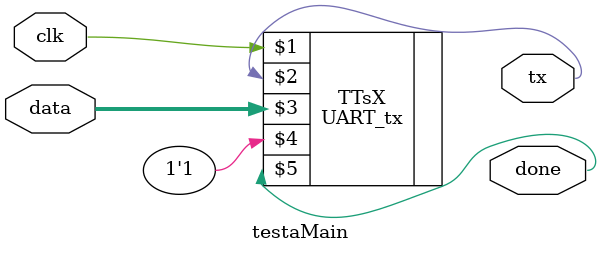
<source format=v>
module testaMain(input clk, output tx, output done, input [15:0] data);

UART_tx TTsX		(clk, tx, data, 1'b1, done);
//transmissor TTX	(clk, tx, data, 1'b1, done);

endmodule
//00011100 10010101
</source>
